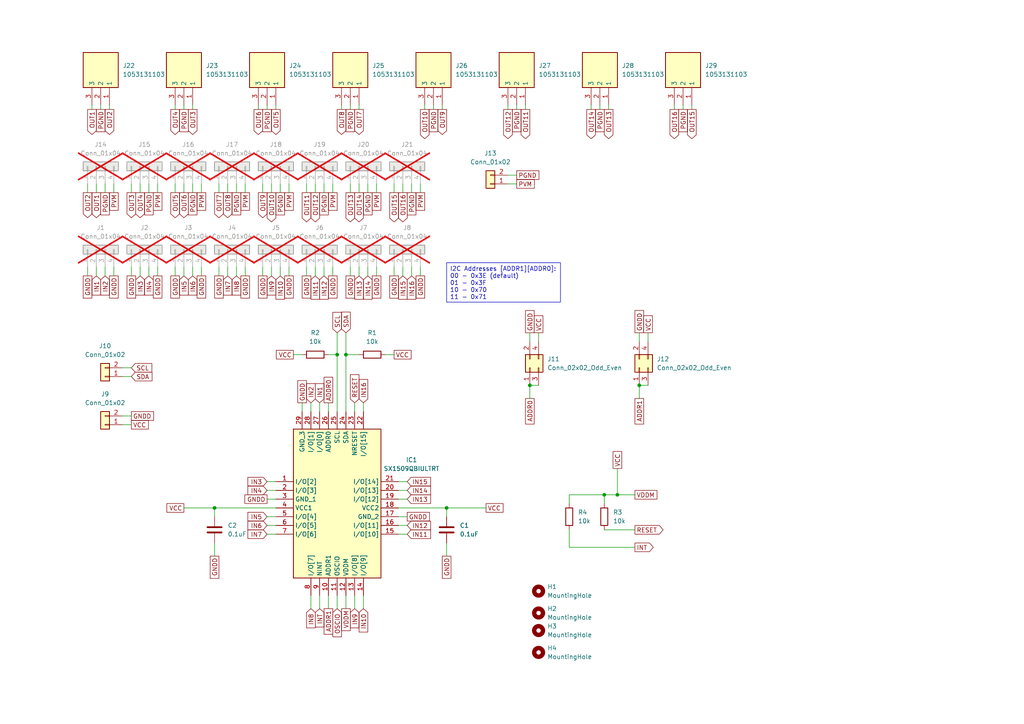
<source format=kicad_sch>
(kicad_sch (version 20231120) (generator "eeschema") (generator_version "8.0")
  (paper "A4")
  (title_block (title "Model Train Control - Main Board") (date "2024-03-17") (rev "2"))
  (lib_symbols
    (symbol "1053131103:1053131103"
      (property "Reference" "J" (at 16.51 7.62 0))
      (property "Value" "1053131103" (at 16.51 5.08 0))
      (symbol "1053131103_1_1"
        (rectangle (start 5.08 2.54) (end 15.24 -7.62) (stroke (width 0.254)) (fill (type background)))
        (pin passive line (at 0 -5.08 0) (length 5.08) (name "1") (number "1"))
        (pin passive line (at 0 -2.54 0) (length 5.08) (name "2") (number "2"))
        (pin passive line (at 0 0 0) (length 5.08) (name "3") (number "3"))
      )
    )
    (symbol "Connector_Generic:Conn_01x02" (pin_names (offset 1.016) hide)
      (property "Reference" "J" (at 0 2.54 0))
      (property "Value" "Conn_01x02" (at 0 -5.08 0))
      (symbol "Conn_01x02_1_1"
        (rectangle (start -1.27 -2.413) (end 0 -2.667) (stroke (width 0.1524)))
        (rectangle (start -1.27 0.127) (end 0 -0.127) (stroke (width 0.1524)))
        (rectangle (start -1.27 1.27) (end 1.27 -3.81) (stroke (width 0.254)) (fill (type background)))
        (pin passive line (at -5.08 0 0) (length 3.81) (name "Pin_1") (number "1"))
        (pin passive line (at -5.08 -2.54 0) (length 3.81) (name "Pin_2") (number "2"))
      )
    )
    (symbol "Connector_Generic:Conn_01x04" (pin_names (offset 1.016) hide)
      (property "Reference" "J" (at 0 5.08 0))
      (property "Value" "Conn_01x04" (at 0 -7.62 0))
      (symbol "Conn_01x04_1_1"
        (rectangle (start -1.27 -4.953) (end 0 -5.207) (stroke (width 0.1524)))
        (rectangle (start -1.27 -2.413) (end 0 -2.667) (stroke (width 0.1524)))
        (rectangle (start -1.27 0.127) (end 0 -0.127) (stroke (width 0.1524)))
        (rectangle (start -1.27 2.667) (end 0 2.413) (stroke (width 0.1524)))
        (rectangle (start -1.27 3.81) (end 1.27 -6.35) (stroke (width 0.254)) (fill (type background)))
        (pin passive line (at -5.08 2.54 0) (length 3.81) (name "Pin_1") (number "1"))
        (pin passive line (at -5.08 0 0) (length 3.81) (name "Pin_2") (number "2"))
        (pin passive line (at -5.08 -2.54 0) (length 3.81) (name "Pin_3") (number "3"))
        (pin passive line (at -5.08 -5.08 0) (length 3.81) (name "Pin_4") (number "4"))
      )
    )
    (symbol "Connector_Generic:Conn_02x02_Odd_Even" (pin_names (offset 1.016) hide)
      (property "Reference" "J" (at 1.27 2.54 0))
      (property "Value" "Conn_02x02_Odd_Even" (at 1.27 -5.08 0))
      (symbol "Conn_02x02_Odd_Even_1_1"
        (rectangle (start -1.27 -2.413) (end 0 -2.667) (stroke (width 0.1524)))
        (rectangle (start -1.27 0.127) (end 0 -0.127) (stroke (width 0.1524)))
        (rectangle (start -1.27 1.27) (end 3.81 -3.81) (stroke (width 0.254)) (fill (type background)))
        (rectangle (start 3.81 -2.413) (end 2.54 -2.667) (stroke (width 0.1524)))
        (rectangle (start 3.81 0.127) (end 2.54 -0.127) (stroke (width 0.1524)))
        (pin passive line (at -5.08 0 0) (length 3.81) (name "Pin_1") (number "1"))
        (pin passive line (at 7.62 0 180) (length 3.81) (name "Pin_2") (number "2"))
        (pin passive line (at -5.08 -2.54 0) (length 3.81) (name "Pin_3") (number "3"))
        (pin passive line (at 7.62 -2.54 180) (length 3.81) (name "Pin_4") (number "4"))
      )
    )
    (symbol "Device:C" (pin_numbers hide) (pin_names (offset 0.254))
      (property "Reference" "C" (at 0.635 2.54 0))
      (property "Value" "C" (at 0.635 -2.54 0))
      (symbol "C_0_1"
        (polyline (pts (xy -2.032 -0.762) (xy 2.032 -0.762)) (stroke (width 0.508)))
        (polyline (pts (xy -2.032 0.762) (xy 2.032 0.762)) (stroke (width 0.508)))
      )
      (symbol "C_1_1"
        (pin passive line (at 0 3.81 270) (length 2.794) (name "~") (number "1"))
        (pin passive line (at 0 -3.81 90) (length 2.794) (name "~") (number "2"))
      )
    )
    (symbol "Device:R" (pin_numbers hide) (pin_names (offset 0))
      (property "Reference" "R" (at 2.032 0 90))
      (property "Value" "R" (at 0 0 90))
      (symbol "R_0_1"
        (rectangle (start -1.016 -2.54) (end 1.016 2.54) (stroke (width 0.254)))
      )
      (symbol "R_1_1"
        (pin passive line (at 0 3.81 270) (length 1.27) (name "~") (number "1"))
        (pin passive line (at 0 -3.81 90) (length 1.27) (name "~") (number "2"))
      )
    )
    (symbol "MountingHole_1" (pin_numbers hide) (pin_names (offset 1.016) hide)
      (property "Reference" "H" (at 0 5.08 0))
      (property "Value" "MountingHole_1" (at 0 3.175 0))
      (symbol "MountingHole_1_0_1"
        (circle (center 0 0) (radius 1.27) (stroke (width 1.27)))
      )
    )
    (symbol "SX1509QBIULTRT:SX1509QBIULTRT"
      (property "Reference" "IC" (at 31.75 20.32 0))
      (property "Value" "SX1509QBIULTRT" (at 31.75 17.78 0))
      (symbol "SX1509QBIULTRT_1_1"
        (rectangle (start 5.08 15.24) (end 30.48 -27.94) (stroke (width 0.254)) (fill (type background)))
        (pin passive line (at 0 0 0) (length 5.08) (name "I/O[2]") (number "1"))
        (pin passive line (at 15.24 -33.02 90) (length 5.08) (name "ADDR1") (number "10"))
        (pin passive line (at 17.78 -33.02 90) (length 5.08) (name "OSCIO") (number "11"))
        (pin passive line (at 20.32 -33.02 90) (length 5.08) (name "VDDM") (number "12"))
        (pin passive line (at 22.86 -33.02 90) (length 5.08) (name "I/O[8]") (number "13"))
        (pin passive line (at 25.4 -33.02 90) (length 5.08) (name "I/O[9]") (number "14"))
        (pin passive line (at 35.56 -15.24 180) (length 5.08) (name "I/O[10]") (number "15"))
        (pin passive line (at 35.56 -12.7 180) (length 5.08) (name "I/O[11]") (number "16"))
        (pin passive line (at 35.56 -10.16 180) (length 5.08) (name "GND_2") (number "17"))
        (pin passive line (at 35.56 -7.62 180) (length 5.08) (name "VCC2") (number "18"))
        (pin passive line (at 35.56 -5.08 180) (length 5.08) (name "I/O[12]") (number "19"))
        (pin passive line (at 0 -2.54 0) (length 5.08) (name "I/O[3]") (number "2"))
        (pin passive line (at 35.56 -2.54 180) (length 5.08) (name "I/O[13]") (number "20"))
        (pin passive line (at 35.56 0 180) (length 5.08) (name "I/O[14]") (number "21"))
        (pin passive line (at 25.4 20.32 270) (length 5.08) (name "I/O[15]") (number "22"))
        (pin passive line (at 22.86 20.32 270) (length 5.08) (name "NRESET") (number "23"))
        (pin passive line (at 20.32 20.32 270) (length 5.08) (name "SDA") (number "24"))
        (pin passive line (at 17.78 20.32 270) (length 5.08) (name "SCL") (number "25"))
        (pin passive line (at 15.24 20.32 270) (length 5.08) (name "ADDR0") (number "26"))
        (pin passive line (at 12.7 20.32 270) (length 5.08) (name "I/O[0]") (number "27"))
        (pin passive line (at 10.16 20.32 270) (length 5.08) (name "I/O[1]") (number "28"))
        (pin passive line (at 7.62 20.32 270) (length 5.08) (name "GND_3") (number "29"))
        (pin passive line (at 0 -5.08 0) (length 5.08) (name "GND_1") (number "3"))
        (pin passive line (at 0 -7.62 0) (length 5.08) (name "VCC1") (number "4"))
        (pin passive line (at 0 -10.16 0) (length 5.08) (name "I/O[4]") (number "5"))
        (pin passive line (at 0 -12.7 0) (length 5.08) (name "I/O[5]") (number "6"))
        (pin passive line (at 0 -15.24 0) (length 5.08) (name "I/O[6]") (number "7"))
        (pin passive line (at 10.16 -33.02 90) (length 5.08) (name "I/O[7]") (number "8"))
        (pin passive line (at 12.7 -33.02 90) (length 5.08) (name "NINT") (number "9"))
      )
    )
  )
  (junction (at 129.54 147.32))
  (junction (at 100.33 102.87))
  (junction (at 153.67 111.76))
  (junction (at 97.79 102.87))
  (junction (at 185.42 111.76))
  (junction (at 179.07 143.51))
  (junction (at 62.23 147.32))
  (junction (at 175.26 143.51))
  (wire (pts (xy 173.99 30.48) (xy 173.99 31.75)))
  (wire (pts (xy 95.25 116.84) (xy 95.25 119.38)))
  (wire (pts (xy 105.41 172.72) (xy 105.41 176.53)))
  (wire (pts (xy 83.82 77.47) (xy 83.82 80.01)))
  (wire (pts (xy 93.98 77.47) (xy 93.98 80.01)))
  (wire (pts (xy 25.4 53.34) (xy 25.4 55.88)))
  (wire (pts (xy 121.92 53.34) (xy 121.92 55.88)))
  (wire (pts (xy 33.02 53.34) (xy 33.02 55.88)))
  (wire (pts (xy 77.47 149.86) (xy 80.01 149.86)))
  (wire (pts (xy 53.34 147.32) (xy 62.23 147.32)))
  (wire (pts (xy 25.4 77.47) (xy 25.4 80.01)))
  (wire (pts (xy 58.42 77.47) (xy 58.42 80.01)))
  (wire (pts (xy 38.1 53.34) (xy 38.1 55.88)))
  (wire (pts (xy 53.34 53.34) (xy 53.34 55.88)))
  (wire (pts (xy 106.68 53.34) (xy 106.68 55.88)))
  (wire (pts (xy 129.54 157.48) (xy 129.54 161.29)))
  (wire (pts (xy 115.57 142.24) (xy 118.11 142.24)))
  (wire (pts (xy 33.02 77.47) (xy 33.02 80.01)))
  (wire (pts (xy 78.74 77.47) (xy 78.74 80.01)))
  (wire (pts (xy 30.48 77.47) (xy 30.48 80.01)))
  (wire (pts (xy 81.28 77.47) (xy 81.28 80.01)))
  (wire (pts (xy 85.09 102.87) (xy 87.63 102.87)))
  (wire (pts (xy 30.48 53.34) (xy 30.48 55.88)))
  (wire (pts (xy 53.34 77.47) (xy 53.34 80.01)))
  (wire (pts (xy 100.33 102.87) (xy 100.33 119.38)))
  (wire (pts (xy 116.84 77.47) (xy 116.84 80.01)))
  (wire (pts (xy 115.57 149.86) (xy 118.11 149.86)))
  (wire (pts (xy 71.12 77.47) (xy 71.12 80.01)))
  (wire (pts (xy 101.6 53.34) (xy 101.6 55.88)))
  (wire (pts (xy 153.67 111.76) (xy 153.67 115.57)))
  (wire (pts (xy 62.23 147.32) (xy 62.23 149.86)))
  (wire (pts (xy 185.42 96.52) (xy 185.42 99.06)))
  (wire (pts (xy 63.5 77.47) (xy 63.5 80.01)))
  (wire (pts (xy 109.22 77.47) (xy 109.22 80.01)))
  (wire (pts (xy 50.8 53.34) (xy 50.8 55.88)))
  (wire (pts (xy 198.12 30.48) (xy 198.12 31.75)))
  (wire (pts (xy 77.47 30.48) (xy 77.47 31.75)))
  (wire (pts (xy 156.21 96.52) (xy 156.21 99.06)))
  (wire (pts (xy 102.87 172.72) (xy 102.87 176.53)))
  (wire (pts (xy 35.56 120.65) (xy 38.1 120.65)))
  (wire (pts (xy 58.42 53.34) (xy 58.42 55.88)))
  (wire (pts (xy 149.86 30.48) (xy 149.86 31.75)))
  (wire (pts (xy 97.79 102.87) (xy 97.79 119.38)))
  (wire (pts (xy 66.04 77.47) (xy 66.04 80.01)))
  (wire (pts (xy 123.19 30.48) (xy 123.19 31.75)))
  (wire (pts (xy 68.58 53.34) (xy 68.58 55.88)))
  (wire (pts (xy 88.9 77.47) (xy 88.9 80.01)))
  (wire (pts (xy 55.88 30.48) (xy 55.88 31.75)))
  (wire (pts (xy 71.12 53.34) (xy 71.12 55.88)))
  (wire (pts (xy 97.79 172.72) (xy 97.79 176.53)))
  (wire (pts (xy 100.33 96.52) (xy 100.33 102.87)))
  (wire (pts (xy 153.67 111.76) (xy 156.21 111.76)))
  (wire (pts (xy 200.66 30.48) (xy 200.66 31.75)))
  (wire (pts (xy 63.5 53.34) (xy 63.5 55.88)))
  (wire (pts (xy 35.56 123.19) (xy 38.1 123.19)))
  (wire (pts (xy 104.14 53.34) (xy 104.14 55.88)))
  (wire (pts (xy 68.58 77.47) (xy 68.58 80.01)))
  (wire (pts (xy 90.17 116.84) (xy 90.17 119.38)))
  (wire (pts (xy 78.74 53.34) (xy 78.74 55.88)))
  (wire (pts (xy 175.26 153.67) (xy 184.15 153.67)))
  (wire (pts (xy 179.07 135.89) (xy 179.07 143.51)))
  (wire (pts (xy 77.47 142.24) (xy 80.01 142.24)))
  (wire (pts (xy 95.25 102.87) (xy 97.79 102.87)))
  (wire (pts (xy 74.93 30.48) (xy 74.93 31.75)))
  (wire (pts (xy 50.8 77.47) (xy 50.8 80.01)))
  (wire (pts (xy 35.56 109.22) (xy 38.1 109.22)))
  (wire (pts (xy 62.23 157.48) (xy 62.23 161.29)))
  (wire (pts (xy 121.92 77.47) (xy 121.92 80.01)))
  (wire (pts (xy 115.57 147.32) (xy 129.54 147.32)))
  (wire (pts (xy 96.52 77.47) (xy 96.52 80.01)))
  (wire (pts (xy 55.88 53.34) (xy 55.88 55.88)))
  (wire (pts (xy 100.33 102.87) (xy 104.14 102.87)))
  (wire (pts (xy 165.1 153.67) (xy 165.1 158.75)))
  (wire (pts (xy 96.52 53.34) (xy 96.52 55.88)))
  (wire (pts (xy 27.94 53.34) (xy 27.94 55.88)))
  (wire (pts (xy 104.14 77.47) (xy 104.14 80.01)))
  (wire (pts (xy 83.82 53.34) (xy 83.82 55.88)))
  (wire (pts (xy 99.06 30.48) (xy 99.06 31.75)))
  (wire (pts (xy 175.26 143.51) (xy 179.07 143.51)))
  (wire (pts (xy 76.2 53.34) (xy 76.2 55.88)))
  (wire (pts (xy 62.23 147.32) (xy 80.01 147.32)))
  (wire (pts (xy 76.2 77.47) (xy 76.2 80.01)))
  (wire (pts (xy 27.94 77.47) (xy 27.94 80.01)))
  (wire (pts (xy 115.57 144.78) (xy 118.11 144.78)))
  (wire (pts (xy 109.22 53.34) (xy 109.22 55.88)))
  (wire (pts (xy 80.01 30.48) (xy 80.01 31.75)))
  (wire (pts (xy 111.76 102.87) (xy 114.3 102.87)))
  (wire (pts (xy 179.07 143.51) (xy 184.15 143.51)))
  (wire (pts (xy 147.32 53.34) (xy 149.86 53.34)))
  (wire (pts (xy 128.27 30.48) (xy 128.27 31.75)))
  (wire (pts (xy 105.41 116.84) (xy 105.41 119.38)))
  (wire (pts (xy 125.73 30.48) (xy 125.73 31.75)))
  (wire (pts (xy 116.84 53.34) (xy 116.84 55.88)))
  (wire (pts (xy 147.32 50.8) (xy 149.86 50.8)))
  (wire (pts (xy 40.64 53.34) (xy 40.64 55.88)))
  (wire (pts (xy 91.44 53.34) (xy 91.44 55.88)))
  (wire (pts (xy 29.21 30.48) (xy 29.21 31.75)))
  (wire (pts (xy 66.04 53.34) (xy 66.04 55.88)))
  (wire (pts (xy 187.96 96.52) (xy 187.96 99.06)))
  (wire (pts (xy 95.25 172.72) (xy 95.25 176.53)))
  (wire (pts (xy 53.34 30.48) (xy 53.34 31.75)))
  (wire (pts (xy 185.42 111.76) (xy 185.42 115.57)))
  (wire (pts (xy 176.53 30.48) (xy 176.53 31.75)))
  (wire (pts (xy 115.57 154.94) (xy 118.11 154.94)))
  (wire (pts (xy 40.64 77.47) (xy 40.64 80.01)))
  (wire (pts (xy 152.4 30.48) (xy 152.4 31.75)))
  (wire (pts (xy 114.3 53.34) (xy 114.3 55.88)))
  (wire (pts (xy 77.47 152.4) (xy 80.01 152.4)))
  (wire (pts (xy 77.47 154.94) (xy 80.01 154.94)))
  (wire (pts (xy 165.1 146.05) (xy 165.1 143.51)))
  (wire (pts (xy 26.67 30.48) (xy 26.67 31.75)))
  (wire (pts (xy 90.17 172.72) (xy 90.17 176.53)))
  (wire (pts (xy 106.68 77.47) (xy 106.68 80.01)))
  (wire (pts (xy 92.71 116.84) (xy 92.71 119.38)))
  (wire (pts (xy 43.18 53.34) (xy 43.18 55.88)))
  (wire (pts (xy 119.38 53.34) (xy 119.38 55.88)))
  (wire (pts (xy 104.14 30.48) (xy 104.14 31.75)))
  (wire (pts (xy 55.88 77.47) (xy 55.88 80.01)))
  (wire (pts (xy 114.3 77.47) (xy 114.3 80.01)))
  (wire (pts (xy 93.98 53.34) (xy 93.98 55.88)))
  (wire (pts (xy 115.57 152.4) (xy 118.11 152.4)))
  (wire (pts (xy 97.79 96.52) (xy 97.79 102.87)))
  (wire (pts (xy 77.47 139.7) (xy 80.01 139.7)))
  (wire (pts (xy 77.47 144.78) (xy 80.01 144.78)))
  (wire (pts (xy 171.45 30.48) (xy 171.45 31.75)))
  (wire (pts (xy 31.75 30.48) (xy 31.75 31.75)))
  (wire (pts (xy 195.58 30.48) (xy 195.58 31.75)))
  (wire (pts (xy 91.44 77.47) (xy 91.44 80.01)))
  (wire (pts (xy 100.33 172.72) (xy 100.33 176.53)))
  (wire (pts (xy 102.87 116.84) (xy 102.87 119.38)))
  (wire (pts (xy 92.71 172.72) (xy 92.71 176.53)))
  (wire (pts (xy 38.1 77.47) (xy 38.1 80.01)))
  (wire (pts (xy 87.63 116.84) (xy 87.63 119.38)))
  (wire (pts (xy 115.57 139.7) (xy 118.11 139.7)))
  (wire (pts (xy 101.6 77.47) (xy 101.6 80.01)))
  (wire (pts (xy 81.28 53.34) (xy 81.28 55.88)))
  (wire (pts (xy 35.56 106.68) (xy 38.1 106.68)))
  (wire (pts (xy 88.9 53.34) (xy 88.9 55.88)))
  (wire (pts (xy 175.26 146.05) (xy 175.26 143.51)))
  (wire (pts (xy 43.18 77.47) (xy 43.18 80.01)))
  (wire (pts (xy 153.67 96.52) (xy 153.67 99.06)))
  (wire (pts (xy 185.42 111.76) (xy 187.96 111.76)))
  (wire (pts (xy 45.72 77.47) (xy 45.72 80.01)))
  (wire (pts (xy 101.6 30.48) (xy 101.6 31.75)))
  (wire (pts (xy 147.32 30.48) (xy 147.32 31.75)))
  (wire (pts (xy 129.54 147.32) (xy 129.54 149.86)))
  (wire (pts (xy 50.8 30.48) (xy 50.8 31.75)))
  (wire (pts (xy 129.54 147.32) (xy 140.97 147.32)))
  (wire (pts (xy 119.38 77.47) (xy 119.38 80.01)))
  (wire (pts (xy 165.1 158.75) (xy 184.15 158.75)))
  (wire (pts (xy 165.1 143.51) (xy 175.26 143.51)))
  (wire (pts (xy 45.72 53.34) (xy 45.72 55.88)))
  (text_box "I2C Addresses [ADDR1][ADDR0]:\n00 - 0x3E (default)\n01 - 0x3F\n10 - 0x70\n11 - 0x71" (at 129.54 76.2 0) (size 33.02 11.43) (effects (font (size 1.27 1.27)) (justify left top)))
  (global_label "PGND" (shape passive) (at 149.86 31.75 270) (property "Intersheetrefs" "${INTERSHEET_REFS}" (effects (hide yes))))
  (global_label "GNDD" (shape passive) (at 118.11 149.86 0) (property "Intersheetrefs" "${INTERSHEET_REFS}" (effects (hide yes))))
  (global_label "IN13" (shape input) (at 118.11 144.78 0) (property "Intersheetrefs" "${INTERSHEET_REFS}" (effects (hide yes))))
  (global_label "OUT8" (shape output) (at 66.04 55.88 270) (property "Intersheetrefs" "${INTERSHEET_REFS}" (effects (hide yes))))
  (global_label "IN11" (shape input) (at 91.44 80.01 270) (property "Intersheetrefs" "${INTERSHEET_REFS}" (effects (hide yes))))
  (global_label "SCL" (shape input) (at 97.79 96.52 90) (property "Intersheetrefs" "${INTERSHEET_REFS}" (effects (hide yes))))
  (global_label "RESET" (shape output) (at 184.15 153.67 0) (property "Intersheetrefs" "${INTERSHEET_REFS}" (effects (hide yes))))
  (global_label "PVM" (shape passive) (at 33.02 55.88 270) (property "Intersheetrefs" "${INTERSHEET_REFS}" (effects (hide yes))))
  (global_label "OUT1" (shape output) (at 26.67 31.75 270) (property "Intersheetrefs" "${INTERSHEET_REFS}" (effects (hide yes))))
  (global_label "IN15" (shape input) (at 118.11 139.7 0) (property "Intersheetrefs" "${INTERSHEET_REFS}" (effects (hide yes))))
  (global_label "OUT13" (shape output) (at 101.6 55.88 270) (property "Intersheetrefs" "${INTERSHEET_REFS}" (effects (hide yes))))
  (global_label "OUT5" (shape output) (at 50.8 55.88 270) (property "Intersheetrefs" "${INTERSHEET_REFS}" (effects (hide yes))))
  (global_label "OUT9" (shape output) (at 128.27 31.75 270) (property "Intersheetrefs" "${INTERSHEET_REFS}" (effects (hide yes))))
  (global_label "OUT10" (shape output) (at 123.19 31.75 270) (property "Intersheetrefs" "${INTERSHEET_REFS}" (effects (hide yes))))
  (global_label "OUT11" (shape output) (at 88.9 55.88 270) (property "Intersheetrefs" "${INTERSHEET_REFS}" (effects (hide yes))))
  (global_label "PGND" (shape passive) (at 53.34 31.75 270) (property "Intersheetrefs" "${INTERSHEET_REFS}" (effects (hide yes))))
  (global_label "PGND" (shape passive) (at 125.73 31.75 270) (property "Intersheetrefs" "${INTERSHEET_REFS}" (effects (hide yes))))
  (global_label "GNDD" (shape passive) (at 38.1 120.65 0) (property "Intersheetrefs" "${INTERSHEET_REFS}" (effects (hide yes))))
  (global_label "VCC" (shape passive) (at 38.1 123.19 0) (property "Intersheetrefs" "${INTERSHEET_REFS}" (effects (hide yes))))
  (global_label "PGND" (shape passive) (at 93.98 55.88 270) (property "Intersheetrefs" "${INTERSHEET_REFS}" (effects (hide yes))))
  (global_label "GNDD" (shape passive) (at 33.02 80.01 270) (property "Intersheetrefs" "${INTERSHEET_REFS}" (effects (hide yes))))
  (global_label "ADDR0" (shape passive) (at 95.25 116.84 90) (property "Intersheetrefs" "${INTERSHEET_REFS}" (effects (hide yes))))
  (global_label "PVM" (shape passive) (at 109.22 55.88 270) (property "Intersheetrefs" "${INTERSHEET_REFS}" (effects (hide yes))))
  (global_label "VCC" (shape passive) (at 53.34 147.32 180) (property "Intersheetrefs" "${INTERSHEET_REFS}" (effects (hide yes))))
  (global_label "PVM" (shape passive) (at 83.82 55.88 270) (property "Intersheetrefs" "${INTERSHEET_REFS}" (effects (hide yes))))
  (global_label "GNDD" (shape passive) (at 25.4 80.01 270) (property "Intersheetrefs" "${INTERSHEET_REFS}" (effects (hide yes))))
  (global_label "INT" (shape input) (at 92.71 176.53 270) (property "Intersheetrefs" "${INTERSHEET_REFS}" (effects (hide yes))))
  (global_label "IN5" (shape input) (at 77.47 149.86 180) (property "Intersheetrefs" "${INTERSHEET_REFS}" (effects (hide yes))))
  (global_label "PGND" (shape passive) (at 43.18 55.88 270) (property "Intersheetrefs" "${INTERSHEET_REFS}" (effects (hide yes))))
  (global_label "PGND" (shape passive) (at 77.47 31.75 270) (property "Intersheetrefs" "${INTERSHEET_REFS}" (effects (hide yes))))
  (global_label "IN10" (shape input) (at 105.41 176.53 270) (property "Intersheetrefs" "${INTERSHEET_REFS}" (effects (hide yes))))
  (global_label "OUT15" (shape output) (at 114.3 55.88 270) (property "Intersheetrefs" "${INTERSHEET_REFS}" (effects (hide yes))))
  (global_label "IN7" (shape input) (at 66.04 80.01 270) (property "Intersheetrefs" "${INTERSHEET_REFS}" (effects (hide yes))))
  (global_label "OUT16" (shape output) (at 116.84 55.88 270) (property "Intersheetrefs" "${INTERSHEET_REFS}" (effects (hide yes))))
  (global_label "OUT6" (shape output) (at 53.34 55.88 270) (property "Intersheetrefs" "${INTERSHEET_REFS}" (effects (hide yes))))
  (global_label "GNDD" (shape passive) (at 76.2 80.01 270) (property "Intersheetrefs" "${INTERSHEET_REFS}" (effects (hide yes))))
  (global_label "GNDD" (shape passive) (at 83.82 80.01 270) (property "Intersheetrefs" "${INTERSHEET_REFS}" (effects (hide yes))))
  (global_label "PGND" (shape passive) (at 30.48 55.88 270) (property "Intersheetrefs" "${INTERSHEET_REFS}" (effects (hide yes))))
  (global_label "IN9" (shape input) (at 102.87 176.53 270) (property "Intersheetrefs" "${INTERSHEET_REFS}" (effects (hide yes))))
  (global_label "OUT16" (shape output) (at 195.58 31.75 270) (property "Intersheetrefs" "${INTERSHEET_REFS}" (effects (hide yes))))
  (global_label "GNDD" (shape passive) (at 129.54 161.29 270) (property "Intersheetrefs" "${INTERSHEET_REFS}" (effects (hide yes))))
  (global_label "OUT10" (shape output) (at 78.74 55.88 270) (property "Intersheetrefs" "${INTERSHEET_REFS}" (effects (hide yes))))
  (global_label "OUT1" (shape output) (at 27.94 55.88 270) (property "Intersheetrefs" "${INTERSHEET_REFS}" (effects (hide yes))))
  (global_label "PVM" (shape passive) (at 71.12 55.88 270) (property "Intersheetrefs" "${INTERSHEET_REFS}" (effects (hide yes))))
  (global_label "SCL" (shape input) (at 38.1 106.68 0) (property "Intersheetrefs" "${INTERSHEET_REFS}" (effects (hide yes))))
  (global_label "IN15" (shape input) (at 116.84 80.01 270) (property "Intersheetrefs" "${INTERSHEET_REFS}" (effects (hide yes))))
  (global_label "GNDD" (shape passive) (at 88.9 80.01 270) (property "Intersheetrefs" "${INTERSHEET_REFS}" (effects (hide yes))))
  (global_label "IN8" (shape input) (at 68.58 80.01 270) (property "Intersheetrefs" "${INTERSHEET_REFS}" (effects (hide yes))))
  (global_label "IN11" (shape input) (at 118.11 154.94 0) (property "Intersheetrefs" "${INTERSHEET_REFS}" (effects (hide yes))))
  (global_label "SDA" (shape input) (at 38.1 109.22 0) (property "Intersheetrefs" "${INTERSHEET_REFS}" (effects (hide yes))))
  (global_label "ADDR0" (shape passive) (at 153.67 115.57 270) (property "Intersheetrefs" "${INTERSHEET_REFS}" (effects (hide yes))))
  (global_label "IN3" (shape input) (at 77.47 139.7 180) (property "Intersheetrefs" "${INTERSHEET_REFS}" (effects (hide yes))))
  (global_label "OUT2" (shape output) (at 25.4 55.88 270) (property "Intersheetrefs" "${INTERSHEET_REFS}" (effects (hide yes))))
  (global_label "IN1" (shape input) (at 92.71 116.84 90) (property "Intersheetrefs" "${INTERSHEET_REFS}" (effects (hide yes))))
  (global_label "OUT4" (shape output) (at 40.64 55.88 270) (property "Intersheetrefs" "${INTERSHEET_REFS}" (effects (hide yes))))
  (global_label "VCC" (shape passive) (at 85.09 102.87 180) (property "Intersheetrefs" "${INTERSHEET_REFS}" (effects (hide yes))))
  (global_label "GNDD" (shape passive) (at 87.63 116.84 90) (property "Intersheetrefs" "${INTERSHEET_REFS}" (effects (hide yes))))
  (global_label "IN4" (shape input) (at 43.18 80.01 270) (property "Intersheetrefs" "${INTERSHEET_REFS}" (effects (hide yes))))
  (global_label "OUT5" (shape output) (at 80.01 31.75 270) (property "Intersheetrefs" "${INTERSHEET_REFS}" (effects (hide yes))))
  (global_label "OUT15" (shape output) (at 200.66 31.75 270) (property "Intersheetrefs" "${INTERSHEET_REFS}" (effects (hide yes))))
  (global_label "GNDD" (shape passive) (at 101.6 80.01 270) (property "Intersheetrefs" "${INTERSHEET_REFS}" (effects (hide yes))))
  (global_label "PGND" (shape passive) (at 81.28 55.88 270) (property "Intersheetrefs" "${INTERSHEET_REFS}" (effects (hide yes))))
  (global_label "OUT12" (shape output) (at 91.44 55.88 270) (property "Intersheetrefs" "${INTERSHEET_REFS}" (effects (hide yes))))
  (global_label "PGND" (shape passive) (at 149.86 50.8 0) (property "Intersheetrefs" "${INTERSHEET_REFS}" (effects (hide yes))))
  (global_label "GNDD" (shape passive) (at 38.1 80.01 270) (property "Intersheetrefs" "${INTERSHEET_REFS}" (effects (hide yes))))
  (global_label "IN14" (shape input) (at 106.68 80.01 270) (property "Intersheetrefs" "${INTERSHEET_REFS}" (effects (hide yes))))
  (global_label "OUT13" (shape output) (at 176.53 31.75 270) (property "Intersheetrefs" "${INTERSHEET_REFS}" (effects (hide yes))))
  (global_label "GNDD" (shape passive) (at 109.22 80.01 270) (property "Intersheetrefs" "${INTERSHEET_REFS}" (effects (hide yes))))
  (global_label "OUT8" (shape output) (at 99.06 31.75 270) (property "Intersheetrefs" "${INTERSHEET_REFS}" (effects (hide yes))))
  (global_label "IN7" (shape input) (at 77.47 154.94 180) (property "Intersheetrefs" "${INTERSHEET_REFS}" (effects (hide yes))))
  (global_label "GNDD" (shape passive) (at 45.72 80.01 270) (property "Intersheetrefs" "${INTERSHEET_REFS}" (effects (hide yes))))
  (global_label "PGND" (shape passive) (at 198.12 31.75 270) (property "Intersheetrefs" "${INTERSHEET_REFS}" (effects (hide yes))))
  (global_label "GNDD" (shape passive) (at 185.42 96.52 90) (property "Intersheetrefs" "${INTERSHEET_REFS}" (effects (hide yes))))
  (global_label "IN13" (shape input) (at 104.14 80.01 270) (property "Intersheetrefs" "${INTERSHEET_REFS}" (effects (hide yes))))
  (global_label "IN1" (shape input) (at 27.94 80.01 270) (property "Intersheetrefs" "${INTERSHEET_REFS}" (effects (hide yes))))
  (global_label "IN8" (shape input) (at 90.17 176.53 270) (property "Intersheetrefs" "${INTERSHEET_REFS}" (effects (hide yes))))
  (global_label "VCC" (shape passive) (at 179.07 135.89 90) (property "Intersheetrefs" "${INTERSHEET_REFS}" (effects (hide yes))))
  (global_label "PGND" (shape passive) (at 55.88 55.88 270) (property "Intersheetrefs" "${INTERSHEET_REFS}" (effects (hide yes))))
  (global_label "OUT12" (shape output) (at 147.32 31.75 270) (property "Intersheetrefs" "${INTERSHEET_REFS}" (effects (hide yes))))
  (global_label "IN6" (shape input) (at 55.88 80.01 270) (property "Intersheetrefs" "${INTERSHEET_REFS}" (effects (hide yes))))
  (global_label "PGND" (shape passive) (at 29.21 31.75 270) (property "Intersheetrefs" "${INTERSHEET_REFS}" (effects (hide yes))))
  (global_label "PVM" (shape passive) (at 96.52 55.88 270) (property "Intersheetrefs" "${INTERSHEET_REFS}" (effects (hide yes))))
  (global_label "OUT6" (shape output) (at 74.93 31.75 270) (property "Intersheetrefs" "${INTERSHEET_REFS}" (effects (hide yes))))
  (global_label "IN12" (shape input) (at 118.11 152.4 0) (property "Intersheetrefs" "${INTERSHEET_REFS}" (effects (hide yes))))
  (global_label "IN2" (shape input) (at 30.48 80.01 270) (property "Intersheetrefs" "${INTERSHEET_REFS}" (effects (hide yes))))
  (global_label "OUT7" (shape output) (at 104.14 31.75 270) (property "Intersheetrefs" "${INTERSHEET_REFS}" (effects (hide yes))))
  (global_label "IN2" (shape input) (at 90.17 116.84 90) (property "Intersheetrefs" "${INTERSHEET_REFS}" (effects (hide yes))))
  (global_label "GNDD" (shape passive) (at 71.12 80.01 270) (property "Intersheetrefs" "${INTERSHEET_REFS}" (effects (hide yes))))
  (global_label "OUT2" (shape output) (at 31.75 31.75 270) (property "Intersheetrefs" "${INTERSHEET_REFS}" (effects (hide yes))))
  (global_label "GNDD" (shape passive) (at 63.5 80.01 270) (property "Intersheetrefs" "${INTERSHEET_REFS}" (effects (hide yes))))
  (global_label "GNDD" (shape passive) (at 96.52 80.01 270) (property "Intersheetrefs" "${INTERSHEET_REFS}" (effects (hide yes))))
  (global_label "PGND" (shape passive) (at 173.99 31.75 270) (property "Intersheetrefs" "${INTERSHEET_REFS}" (effects (hide yes))))
  (global_label "OUT14" (shape output) (at 171.45 31.75 270) (property "Intersheetrefs" "${INTERSHEET_REFS}" (effects (hide yes))))
  (global_label "OSCIO" (shape input) (at 97.79 176.53 270) (property "Intersheetrefs" "${INTERSHEET_REFS}" (effects (hide yes))))
  (global_label "PVM" (shape passive) (at 45.72 55.88 270) (property "Intersheetrefs" "${INTERSHEET_REFS}" (effects (hide yes))))
  (global_label "PVM" (shape passive) (at 121.92 55.88 270) (property "Intersheetrefs" "${INTERSHEET_REFS}" (effects (hide yes))))
  (global_label "IN5" (shape input) (at 53.34 80.01 270) (property "Intersheetrefs" "${INTERSHEET_REFS}" (effects (hide yes))))
  (global_label "GNDD" (shape passive) (at 121.92 80.01 270) (property "Intersheetrefs" "${INTERSHEET_REFS}" (effects (hide yes))))
  (global_label "GNDD" (shape passive) (at 114.3 80.01 270) (property "Intersheetrefs" "${INTERSHEET_REFS}" (effects (hide yes))))
  (global_label "VDDM" (shape passive) (at 100.33 176.53 270) (property "Intersheetrefs" "${INTERSHEET_REFS}" (effects (hide yes))))
  (global_label "PGND" (shape passive) (at 106.68 55.88 270) (property "Intersheetrefs" "${INTERSHEET_REFS}" (effects (hide yes))))
  (global_label "OUT4" (shape output) (at 50.8 31.75 270) (property "Intersheetrefs" "${INTERSHEET_REFS}" (effects (hide yes))))
  (global_label "GNDD" (shape passive) (at 62.23 161.29 270) (property "Intersheetrefs" "${INTERSHEET_REFS}" (effects (hide yes))))
  (global_label "OUT7" (shape output) (at 63.5 55.88 270) (property "Intersheetrefs" "${INTERSHEET_REFS}" (effects (hide yes))))
  (global_label "PGND" (shape passive) (at 68.58 55.88 270) (property "Intersheetrefs" "${INTERSHEET_REFS}" (effects (hide yes))))
  (global_label "GNDD" (shape passive) (at 50.8 80.01 270) (property "Intersheetrefs" "${INTERSHEET_REFS}" (effects (hide yes))))
  (global_label "GNDD" (shape passive) (at 77.47 144.78 180) (property "Intersheetrefs" "${INTERSHEET_REFS}" (effects (hide yes))))
  (global_label "PVM" (shape passive) (at 149.86 53.34 0) (property "Intersheetrefs" "${INTERSHEET_REFS}" (effects (hide yes))))
  (global_label "PVM" (shape passive) (at 58.42 55.88 270) (property "Intersheetrefs" "${INTERSHEET_REFS}" (effects (hide yes))))
  (global_label "RESET" (shape input) (at 102.87 116.84 90) (property "Intersheetrefs" "${INTERSHEET_REFS}" (effects (hide yes))))
  (global_label "INT" (shape output) (at 184.15 158.75 0) (property "Intersheetrefs" "${INTERSHEET_REFS}" (effects (hide yes))))
  (global_label "IN10" (shape input) (at 81.28 80.01 270) (property "Intersheetrefs" "${INTERSHEET_REFS}" (effects (hide yes))))
  (global_label "IN9" (shape input) (at 78.74 80.01 270) (property "Intersheetrefs" "${INTERSHEET_REFS}" (effects (hide yes))))
  (global_label "VDDM" (shape passive) (at 184.15 143.51 0) (property "Intersheetrefs" "${INTERSHEET_REFS}" (effects (hide yes))))
  (global_label "PGND" (shape passive) (at 101.6 31.75 270) (property "Intersheetrefs" "${INTERSHEET_REFS}" (effects (hide yes))))
  (global_label "VCC" (shape passive) (at 140.97 147.32 0) (property "Intersheetrefs" "${INTERSHEET_REFS}" (effects (hide yes))))
  (global_label "IN3" (shape input) (at 40.64 80.01 270) (property "Intersheetrefs" "${INTERSHEET_REFS}" (effects (hide yes))))
  (global_label "OUT9" (shape output) (at 76.2 55.88 270) (property "Intersheetrefs" "${INTERSHEET_REFS}" (effects (hide yes))))
  (global_label "IN16" (shape input) (at 105.41 116.84 90) (property "Intersheetrefs" "${INTERSHEET_REFS}" (effects (hide yes))))
  (global_label "IN4" (shape input) (at 77.47 142.24 180) (property "Intersheetrefs" "${INTERSHEET_REFS}" (effects (hide yes))))
  (global_label "IN14" (shape input) (at 118.11 142.24 0) (property "Intersheetrefs" "${INTERSHEET_REFS}" (effects (hide yes))))
  (global_label "GNDD" (shape passive) (at 58.42 80.01 270) (property "Intersheetrefs" "${INTERSHEET_REFS}" (effects (hide yes))))
  (global_label "GNDD" (shape passive) (at 153.67 96.52 90) (property "Intersheetrefs" "${INTERSHEET_REFS}" (effects (hide yes))))
  (global_label "IN16" (shape input) (at 119.38 80.01 270) (property "Intersheetrefs" "${INTERSHEET_REFS}" (effects (hide yes))))
  (global_label "OUT11" (shape output) (at 152.4 31.75 270) (property "Intersheetrefs" "${INTERSHEET_REFS}" (effects (hide yes))))
  (global_label "OUT3" (shape output) (at 38.1 55.88 270) (property "Intersheetrefs" "${INTERSHEET_REFS}" (effects (hide yes))))
  (global_label "PGND" (shape passive) (at 119.38 55.88 270) (property "Intersheetrefs" "${INTERSHEET_REFS}" (effects (hide yes))))
  (global_label "ADDR1" (shape passive) (at 95.25 176.53 270) (property "Intersheetrefs" "${INTERSHEET_REFS}" (effects (hide yes))))
  (global_label "VCC" (shape passive) (at 156.21 96.52 90) (property "Intersheetrefs" "${INTERSHEET_REFS}" (effects (hide yes))))
  (global_label "SDA" (shape input) (at 100.33 96.52 90) (property "Intersheetrefs" "${INTERSHEET_REFS}" (effects (hide yes))))
  (global_label "OUT14" (shape output) (at 104.14 55.88 270) (property "Intersheetrefs" "${INTERSHEET_REFS}" (effects (hide yes))))
  (global_label "IN12" (shape input) (at 93.98 80.01 270) (property "Intersheetrefs" "${INTERSHEET_REFS}" (effects (hide yes))))
  (global_label "ADDR1" (shape passive) (at 185.42 115.57 270) (property "Intersheetrefs" "${INTERSHEET_REFS}" (effects (hide yes))))
  (global_label "VCC" (shape passive) (at 187.96 96.52 90) (property "Intersheetrefs" "${INTERSHEET_REFS}" (effects (hide yes))))
  (global_label "IN6" (shape input) (at 77.47 152.4 180) (property "Intersheetrefs" "${INTERSHEET_REFS}" (effects (hide yes))))
  (global_label "VCC" (shape passive) (at 114.3 102.87 0) (property "Intersheetrefs" "${INTERSHEET_REFS}" (effects (hide yes))))
  (global_label "OUT3" (shape output) (at 55.88 31.75 270) (property "Intersheetrefs" "${INTERSHEET_REFS}" (effects (hide yes))))
  (symbol (lib_id "Connector_Generic:Conn_01x04") (at 91.44 72.39 90) (unit 1) (dnp yes)
    (property "Reference" "J6" (at 92.71 66.04 90))
    (property "Value" "Conn_01x04" (at 92.71 68.58 90))
    (property "Footprint" "Connector_PinHeader_2.54mm:PinHeader_1x04_P2.54mm_Vertical" (effects (hide yes)))
    (property "Description" "Generic connector, single row, 01x04, script generated (kicad-library-utils/schlib/autogen/connector/)" (effects (hide yes)))
  )
  (symbol (lib_name "MountingHole_1") (lib_id "Mechanical:MountingHole") (at 156.21 171.45 0) (unit 1) (in_bom no)
    (property "Reference" "H1" (at 158.75 170.1799 0) (effects (justify left)))
    (property "Value" "MountingHole" (at 158.75 172.7199 0) (effects (justify left)))
    (property "Footprint" "MountingHole:MountingHole_3.2mm_M3_Pad_Via" (effects (hide yes)))
  )
  (symbol (lib_id "Device:R") (at 91.44 102.87 90) (unit 1)
    (property "Reference" "R2" (at 91.44 96.52 90))
    (property "Value" "10k" (at 91.44 99.06 90))
    (property "Footprint" "Resistor_SMD:R_0402_1005Metric" (effects (hide yes)))
    (property "Description" "Resistor" (effects (hide yes)))
    (property "Manufacturer_Part_Number" "Resistor, 10.0kΩ, 0402 SMD" (effects (hide yes)))
    (property "LCSC#" "C60490" (effects (hide yes)))
  )
  (symbol (lib_id "Connector_Generic:Conn_01x04") (at 53.34 72.39 90) (unit 1) (dnp yes)
    (property "Reference" "J3" (at 54.61 66.04 90))
    (property "Value" "Conn_01x04" (at 54.61 68.58 90))
    (property "Footprint" "Connector_PinHeader_2.54mm:PinHeader_1x04_P2.54mm_Vertical" (effects (hide yes)))
    (property "Description" "Generic connector, single row, 01x04, script generated (kicad-library-utils/schlib/autogen/connector/)" (effects (hide yes)))
  )
  (symbol (lib_name "MountingHole_1") (lib_id "Mechanical:MountingHole") (at 156.21 189.23 0) (unit 1) (in_bom no)
    (property "Reference" "H4" (at 158.75 187.9599 0) (effects (justify left)))
    (property "Value" "MountingHole" (at 158.75 190.4999 0) (effects (justify left)))
    (property "Footprint" "MountingHole:MountingHole_3.2mm_M3_Pad_Via" (effects (hide yes)))
  )
  (symbol (lib_id "Connector_Generic:Conn_01x04") (at 104.14 72.39 90) (unit 1) (dnp yes)
    (property "Reference" "J7" (at 105.41 66.04 90))
    (property "Value" "Conn_01x04" (at 105.41 68.58 90))
    (property "Footprint" "Connector_PinHeader_2.54mm:PinHeader_1x04_P2.54mm_Vertical" (effects (hide yes)))
    (property "Description" "Generic connector, single row, 01x04, script generated (kicad-library-utils/schlib/autogen/connector/)" (effects (hide yes)))
  )
  (symbol (lib_id "Connector_Generic:Conn_01x04") (at 78.74 48.26 90) (unit 1) (dnp yes)
    (property "Reference" "J18" (at 80.01 41.91 90))
    (property "Value" "Conn_01x04" (at 80.01 44.45 90))
    (property "Footprint" "Connector_PinHeader_2.54mm:PinHeader_1x04_P2.54mm_Vertical" (effects (hide yes)))
    (property "Description" "Generic connector, single row, 01x04, script generated (kicad-library-utils/schlib/autogen/connector/)" (effects (hide yes)))
  )
  (symbol (lib_id "1053131103:1053131103") (at 50.8 30.48 90) (unit 1)
    (property "Reference" "J23" (at 59.69 19.0499 90) (effects (justify right)))
    (property "Value" "1053131103" (at 59.69 21.5899 90) (effects (justify right)))
    (property "Footprint" "library:105313YY03" (effects (hide yes)))
    (property "Datasheet" "https://www.molex.com/pdm_docs/sd/1053131102_sd.pdf" (effects (hide yes)))
    (property "Description" "Nano-Fit Right-Angle Header, Through Hole, 2.50mm Pitch, Single Row, 2 Circuits, Glow-Wire Capable, Tray" (effects (hide yes)))
    (property "Height" "6.54" (effects (hide yes)))
    (property "Manufacturer_Name" "Molex" (effects (hide yes)))
    (property "Manufacturer_Part_Number" "1053131103" (effects (hide yes)))
    (property "Arrow Part Number" "1053131103" (effects (hide yes)))
    (property "Arrow Price/Stock" "https://www.arrow.com/en/products/1053131103/molex?region=nac" (effects (hide yes)))
    (property "Mouser#" "538-105313-1103" (effects (hide yes)))
  )
  (symbol (lib_id "Device:R") (at 175.26 149.86 180) (unit 1)
    (property "Reference" "R3" (at 177.8 148.5899 0) (effects (justify right)))
    (property "Value" "10k" (at 177.8 151.1299 0) (effects (justify right)))
    (property "Footprint" "Resistor_SMD:R_0402_1005Metric" (effects (hide yes)))
    (property "Description" "Resistor" (effects (hide yes)))
    (property "Manufacturer_Part_Number" "Resistor, 10.0kΩ, 0402 SMD" (effects (hide yes)))
    (property "LCSC#" "C60490" (effects (hide yes)))
  )
  (symbol (lib_id "Connector_Generic:Conn_01x04") (at 40.64 48.26 90) (unit 1) (dnp yes)
    (property "Reference" "J15" (at 41.91 41.91 90))
    (property "Value" "Conn_01x04" (at 41.91 44.45 90))
    (property "Footprint" "Connector_PinHeader_2.54mm:PinHeader_1x04_P2.54mm_Vertical" (effects (hide yes)))
    (property "Description" "Generic connector, single row, 01x04, script generated (kicad-library-utils/schlib/autogen/connector/)" (effects (hide yes)))
  )
  (symbol (lib_id "Connector_Generic:Conn_02x02_Odd_Even") (at 153.67 106.68 90) (unit 1)
    (property "Reference" "J11" (at 158.75 104.1399 90) (effects (justify right)))
    (property "Value" "Conn_02x02_Odd_Even" (at 158.75 106.6799 90) (effects (justify right)))
    (property "Footprint" "Connector_PinHeader_2.54mm:PinHeader_2x02_P2.54mm_Vertical" (effects (hide yes)))
    (property "Description" "Generic connector, double row, 02x02, odd/even pin numbering scheme (row 1 odd numbers, row 2 even numbers), script generated (kicad-library-utils/schlib/autogen/connector/)" (effects (hide yes)))
    (property "LCSC#" "C492419" (effects (hide yes)))
  )
  (symbol (lib_id "Connector_Generic:Conn_01x02") (at 30.48 109.22 180) (unit 1)
    (property "Reference" "J10" (at 30.48 100.33 0))
    (property "Value" "Conn_01x02" (at 30.48 102.87 0))
    (property "Footprint" "Connector_PinHeader_2.54mm:PinHeader_1x02_P2.54mm_Vertical" (effects (hide yes)))
    (property "Description" "Generic connector, single row, 01x02, script generated (kicad-library-utils/schlib/autogen/connector/)" (effects (hide yes)))
    (property "LCSC#" "C492401" (effects (hide yes)))
  )
  (symbol (lib_id "Connector_Generic:Conn_01x04") (at 116.84 48.26 90) (unit 1) (dnp yes)
    (property "Reference" "J21" (at 118.11 41.91 90))
    (property "Value" "Conn_01x04" (at 118.11 44.45 90))
    (property "Footprint" "Connector_PinHeader_2.54mm:PinHeader_1x04_P2.54mm_Vertical" (effects (hide yes)))
    (property "Description" "Generic connector, single row, 01x04, script generated (kicad-library-utils/schlib/autogen/connector/)" (effects (hide yes)))
  )
  (symbol (lib_id "Device:R") (at 165.1 149.86 180) (unit 1)
    (property "Reference" "R4" (at 167.64 148.5899 0) (effects (justify right)))
    (property "Value" "10k" (at 167.64 151.1299 0) (effects (justify right)))
    (property "Footprint" "Resistor_SMD:R_0402_1005Metric" (effects (hide yes)))
    (property "Description" "Resistor" (effects (hide yes)))
    (property "Manufacturer_Part_Number" "Resistor, 10.0kΩ, 0402 SMD" (effects (hide yes)))
    (property "LCSC#" "C60490" (effects (hide yes)))
  )
  (symbol (lib_name "MountingHole_1") (lib_id "Mechanical:MountingHole") (at 156.21 182.88 0) (unit 1) (in_bom no)
    (property "Reference" "H3" (at 158.75 181.6099 0) (effects (justify left)))
    (property "Value" "MountingHole" (at 158.75 184.1499 0) (effects (justify left)))
    (property "Footprint" "MountingHole:MountingHole_3.2mm_M3_Pad_Via" (effects (hide yes)))
  )
  (symbol (lib_id "Connector_Generic:Conn_01x02") (at 142.24 53.34 180) (unit 1)
    (property "Reference" "J13" (at 142.24 44.45 0))
    (property "Value" "Conn_01x02" (at 142.24 46.99 0))
    (property "Footprint" "Connector_PinHeader_2.54mm:PinHeader_1x02_P2.54mm_Vertical" (effects (hide yes)))
    (property "Description" "Generic connector, single row, 01x02, script generated (kicad-library-utils/schlib/autogen/connector/)" (effects (hide yes)))
    (property "LCSC#" "C492401" (effects (hide yes)))
  )
  (symbol (lib_id "Device:C") (at 129.54 153.67 0) (unit 1)
    (property "Reference" "C1" (at 133.35 152.3999 0) (effects (justify left)))
    (property "Value" "0.1uF" (at 133.35 154.9399 0) (effects (justify left)))
    (property "Footprint" "Capacitor_SMD:C_0402_1005Metric" (effects (hide yes)))
    (property "Description" "Unpolarized capacitor" (effects (hide yes)))
    (property "Manufacturer_Part_Number" "Capacitor, 0.1uF, 50V, 0402 SMD" (effects (hide yes)))
    (property "LCSC#" "C110251" (effects (hide yes)))
  )
  (symbol (lib_id "1053131103:1053131103") (at 123.19 30.48 90) (unit 1)
    (property "Reference" "J26" (at 132.08 19.0499 90) (effects (justify right)))
    (property "Value" "1053131103" (at 132.08 21.5899 90) (effects (justify right)))
    (property "Footprint" "library:105313YY03" (effects (hide yes)))
    (property "Datasheet" "https://www.molex.com/pdm_docs/sd/1053131102_sd.pdf" (effects (hide yes)))
    (property "Description" "Nano-Fit Right-Angle Header, Through Hole, 2.50mm Pitch, Single Row, 2 Circuits, Glow-Wire Capable, Tray" (effects (hide yes)))
    (property "Height" "6.54" (effects (hide yes)))
    (property "Manufacturer_Name" "Molex" (effects (hide yes)))
    (property "Manufacturer_Part_Number" "1053131103" (effects (hide yes)))
    (property "Arrow Part Number" "1053131103" (effects (hide yes)))
    (property "Arrow Price/Stock" "https://www.arrow.com/en/products/1053131103/molex?region=nac" (effects (hide yes)))
    (property "Mouser#" "538-105313-1103" (effects (hide yes)))
  )
  (symbol (lib_id "Connector_Generic:Conn_01x04") (at 40.64 72.39 90) (unit 1) (dnp yes)
    (property "Reference" "J2" (at 41.91 66.04 90))
    (property "Value" "Conn_01x04" (at 41.91 68.58 90))
    (property "Footprint" "Connector_PinHeader_2.54mm:PinHeader_1x04_P2.54mm_Vertical" (effects (hide yes)))
    (property "Description" "Generic connector, single row, 01x04, script generated (kicad-library-utils/schlib/autogen/connector/)" (effects (hide yes)))
  )
  (symbol (lib_id "Connector_Generic:Conn_01x04") (at 66.04 48.26 90) (unit 1) (dnp yes)
    (property "Reference" "J17" (at 67.31 41.91 90))
    (property "Value" "Conn_01x04" (at 67.31 44.45 90))
    (property "Footprint" "Connector_PinHeader_2.54mm:PinHeader_1x04_P2.54mm_Vertical" (effects (hide yes)))
    (property "Description" "Generic connector, single row, 01x04, script generated (kicad-library-utils/schlib/autogen/connector/)" (effects (hide yes)))
  )
  (symbol (lib_id "1053131103:1053131103") (at 99.06 30.48 90) (unit 1)
    (property "Reference" "J25" (at 107.95 19.0499 90) (effects (justify right)))
    (property "Value" "1053131103" (at 107.95 21.5899 90) (effects (justify right)))
    (property "Footprint" "library:105313YY03" (effects (hide yes)))
    (property "Datasheet" "https://www.molex.com/pdm_docs/sd/1053131102_sd.pdf" (effects (hide yes)))
    (property "Description" "Nano-Fit Right-Angle Header, Through Hole, 2.50mm Pitch, Single Row, 2 Circuits, Glow-Wire Capable, Tray" (effects (hide yes)))
    (property "Height" "6.54" (effects (hide yes)))
    (property "Manufacturer_Name" "Molex" (effects (hide yes)))
    (property "Manufacturer_Part_Number" "1053131103" (effects (hide yes)))
    (property "Arrow Part Number" "1053131103" (effects (hide yes)))
    (property "Arrow Price/Stock" "https://www.arrow.com/en/products/1053131103/molex?region=nac" (effects (hide yes)))
    (property "Mouser#" "538-105313-1103" (effects (hide yes)))
  )
  (symbol (lib_id "Connector_Generic:Conn_01x04") (at 27.94 48.26 90) (unit 1) (dnp yes)
    (property "Reference" "J14" (at 29.21 41.91 90))
    (property "Value" "Conn_01x04" (at 29.21 44.45 90))
    (property "Footprint" "Connector_PinHeader_2.54mm:PinHeader_1x04_P2.54mm_Vertical" (effects (hide yes)))
    (property "Description" "Generic connector, single row, 01x04, script generated (kicad-library-utils/schlib/autogen/connector/)" (effects (hide yes)))
  )
  (symbol (lib_id "Connector_Generic:Conn_02x02_Odd_Even") (at 185.42 106.68 90) (unit 1)
    (property "Reference" "J12" (at 190.5 104.1399 90) (effects (justify right)))
    (property "Value" "Conn_02x02_Odd_Even" (at 190.5 106.6799 90) (effects (justify right)))
    (property "Footprint" "Connector_PinHeader_2.54mm:PinHeader_2x02_P2.54mm_Vertical" (effects (hide yes)))
    (property "Description" "Generic connector, double row, 02x02, odd/even pin numbering scheme (row 1 odd numbers, row 2 even numbers), script generated (kicad-library-utils/schlib/autogen/connector/)" (effects (hide yes)))
    (property "LCSC#" "C492419" (effects (hide yes)))
  )
  (symbol (lib_id "Connector_Generic:Conn_01x04") (at 78.74 72.39 90) (unit 1) (dnp yes)
    (property "Reference" "J5" (at 80.01 66.04 90))
    (property "Value" "Conn_01x04" (at 80.01 68.58 90))
    (property "Footprint" "Connector_PinHeader_2.54mm:PinHeader_1x04_P2.54mm_Vertical" (effects (hide yes)))
    (property "Description" "Generic connector, single row, 01x04, script generated (kicad-library-utils/schlib/autogen/connector/)" (effects (hide yes)))
  )
  (symbol (lib_id "SX1509QBIULTRT:SX1509QBIULTRT") (at 80.01 139.7 0) (unit 1)
    (property "Reference" "IC1" (at 119.38 133.3814 0))
    (property "Value" "SX1509QBIULTRT" (at 119.38 135.9214 0))
    (property "Footprint" "library:QFN40P400X400X60-29N-D" (effects (hide yes)))
    (property "Datasheet" "https://media.digikey.com/pdf/Data%20Sheets/Semtech%20PDFs/SX1508_09QB.pdf" (effects (hide yes)))
    (property "Description" "Voltage Level Shifting GPIO with LED Driver 28-Pin QFN-UT EP T/R" (effects (hide yes)))
    (property "Height" "0.6" (effects (hide yes)))
    (property "Manufacturer_Name" "SEMTECH" (effects (hide yes)))
    (property "Manufacturer_Part_Number" "SX1509QBIULTRT" (effects (hide yes)))
    (property "Mouser#" "947-SX1509QBIULTRT" (effects (hide yes)))
    (property "LCSC#" "C2652294" (effects (hide yes)))
  )
  (symbol (lib_id "1053131103:1053131103") (at 171.45 30.48 90) (unit 1)
    (property "Reference" "J28" (at 180.34 19.0499 90) (effects (justify right)))
    (property "Value" "1053131103" (at 180.34 21.5899 90) (effects (justify right)))
    (property "Footprint" "library:105313YY03" (effects (hide yes)))
    (property "Datasheet" "https://www.molex.com/pdm_docs/sd/1053131102_sd.pdf" (effects (hide yes)))
    (property "Description" "Nano-Fit Right-Angle Header, Through Hole, 2.50mm Pitch, Single Row, 2 Circuits, Glow-Wire Capable, Tray" (effects (hide yes)))
    (property "Height" "6.54" (effects (hide yes)))
    (property "Manufacturer_Name" "Molex" (effects (hide yes)))
    (property "Manufacturer_Part_Number" "1053131103" (effects (hide yes)))
    (property "Arrow Part Number" "1053131103" (effects (hide yes)))
    (property "Arrow Price/Stock" "https://www.arrow.com/en/products/1053131103/molex?region=nac" (effects (hide yes)))
    (property "Mouser#" "538-105313-1103" (effects (hide yes)))
  )
  (symbol (lib_name "MountingHole_1") (lib_id "Mechanical:MountingHole") (at 156.21 177.8 0) (unit 1) (in_bom no)
    (property "Reference" "H2" (at 158.75 176.5299 0) (effects (justify left)))
    (property "Value" "MountingHole" (at 158.75 179.0699 0) (effects (justify left)))
    (property "Footprint" "MountingHole:MountingHole_3.2mm_M3_Pad_Via" (effects (hide yes)))
  )
  (symbol (lib_id "1053131103:1053131103") (at 147.32 30.48 90) (unit 1)
    (property "Reference" "J27" (at 156.21 19.0499 90) (effects (justify right)))
    (property "Value" "1053131103" (at 156.21 21.5899 90) (effects (justify right)))
    (property "Footprint" "library:105313YY03" (effects (hide yes)))
    (property "Datasheet" "https://www.molex.com/pdm_docs/sd/1053131102_sd.pdf" (effects (hide yes)))
    (property "Description" "Nano-Fit Right-Angle Header, Through Hole, 2.50mm Pitch, Single Row, 2 Circuits, Glow-Wire Capable, Tray" (effects (hide yes)))
    (property "Height" "6.54" (effects (hide yes)))
    (property "Manufacturer_Name" "Molex" (effects (hide yes)))
    (property "Manufacturer_Part_Number" "1053131103" (effects (hide yes)))
    (property "Arrow Part Number" "1053131103" (effects (hide yes)))
    (property "Arrow Price/Stock" "https://www.arrow.com/en/products/1053131103/molex?region=nac" (effects (hide yes)))
    (property "Mouser#" "538-105313-1103" (effects (hide yes)))
  )
  (symbol (lib_id "Connector_Generic:Conn_01x04") (at 104.14 48.26 90) (unit 1) (dnp yes)
    (property "Reference" "J20" (at 105.41 41.91 90))
    (property "Value" "Conn_01x04" (at 105.41 44.45 90))
    (property "Footprint" "Connector_PinHeader_2.54mm:PinHeader_1x04_P2.54mm_Vertical" (effects (hide yes)))
    (property "Description" "Generic connector, single row, 01x04, script generated (kicad-library-utils/schlib/autogen/connector/)" (effects (hide yes)))
  )
  (symbol (lib_id "1053131103:1053131103") (at 195.58 30.48 90) (unit 1)
    (property "Reference" "J29" (at 204.47 19.0499 90) (effects (justify right)))
    (property "Value" "1053131103" (at 204.47 21.5899 90) (effects (justify right)))
    (property "Footprint" "library:105313YY03" (effects (hide yes)))
    (property "Datasheet" "https://www.molex.com/pdm_docs/sd/1053131102_sd.pdf" (effects (hide yes)))
    (property "Description" "Nano-Fit Right-Angle Header, Through Hole, 2.50mm Pitch, Single Row, 2 Circuits, Glow-Wire Capable, Tray" (effects (hide yes)))
    (property "Height" "6.54" (effects (hide yes)))
    (property "Manufacturer_Name" "Molex" (effects (hide yes)))
    (property "Manufacturer_Part_Number" "1053131103" (effects (hide yes)))
    (property "Arrow Part Number" "1053131103" (effects (hide yes)))
    (property "Arrow Price/Stock" "https://www.arrow.com/en/products/1053131103/molex?region=nac" (effects (hide yes)))
    (property "Mouser#" "538-105313-1103" (effects (hide yes)))
  )
  (symbol (lib_id "1053131103:1053131103") (at 26.67 30.48 90) (unit 1)
    (property "Reference" "J22" (at 35.56 19.0499 90) (effects (justify right)))
    (property "Value" "1053131103" (at 35.56 21.5899 90) (effects (justify right)))
    (property "Footprint" "library:105313YY03" (effects (hide yes)))
    (property "Datasheet" "https://www.molex.com/pdm_docs/sd/1053131102_sd.pdf" (effects (hide yes)))
    (property "Description" "Nano-Fit Right-Angle Header, Through Hole, 2.50mm Pitch, Single Row, 2 Circuits, Glow-Wire Capable, Tray" (effects (hide yes)))
    (property "Height" "6.54" (effects (hide yes)))
    (property "Manufacturer_Name" "Molex" (effects (hide yes)))
    (property "Manufacturer_Part_Number" "1053131103" (effects (hide yes)))
    (property "Arrow Part Number" "1053131103" (effects (hide yes)))
    (property "Arrow Price/Stock" "https://www.arrow.com/en/products/1053131103/molex?region=nac" (effects (hide yes)))
    (property "Mouser#" "538-105313-1103" (effects (hide yes)))
  )
  (symbol (lib_id "Connector_Generic:Conn_01x02") (at 30.48 123.19 180) (unit 1)
    (property "Reference" "J9" (at 30.48 114.3 0))
    (property "Value" "Conn_01x02" (at 30.48 116.84 0))
    (property "Footprint" "Connector_PinHeader_2.54mm:PinHeader_1x02_P2.54mm_Vertical" (effects (hide yes)))
    (property "Description" "Generic connector, single row, 01x02, script generated (kicad-library-utils/schlib/autogen/connector/)" (effects (hide yes)))
    (property "LCSC#" "C492401" (effects (hide yes)))
  )
  (symbol (lib_id "Connector_Generic:Conn_01x04") (at 53.34 48.26 90) (unit 1) (dnp yes)
    (property "Reference" "J16" (at 54.61 41.91 90))
    (property "Value" "Conn_01x04" (at 54.61 44.45 90))
    (property "Footprint" "Connector_PinHeader_2.54mm:PinHeader_1x04_P2.54mm_Vertical" (effects (hide yes)))
    (property "Description" "Generic connector, single row, 01x04, script generated (kicad-library-utils/schlib/autogen/connector/)" (effects (hide yes)))
  )
  (symbol (lib_id "Device:C") (at 62.23 153.67 0) (unit 1)
    (property "Reference" "C2" (at 66.04 152.3999 0) (effects (justify left)))
    (property "Value" "0.1uF" (at 66.04 154.9399 0) (effects (justify left)))
    (property "Footprint" "Capacitor_SMD:C_0402_1005Metric" (effects (hide yes)))
    (property "Description" "Unpolarized capacitor" (effects (hide yes)))
    (property "Manufacturer_Part_Number" "Capacitor, 0.1uF, 50V, 0402 SMD" (effects (hide yes)))
    (property "LCSC#" "C110251" (effects (hide yes)))
  )
  (symbol (lib_id "1053131103:1053131103") (at 74.93 30.48 90) (unit 1)
    (property "Reference" "J24" (at 83.82 19.0499 90) (effects (justify right)))
    (property "Value" "1053131103" (at 83.82 21.5899 90) (effects (justify right)))
    (property "Footprint" "library:105313YY03" (effects (hide yes)))
    (property "Datasheet" "https://www.molex.com/pdm_docs/sd/1053131102_sd.pdf" (effects (hide yes)))
    (property "Description" "Nano-Fit Right-Angle Header, Through Hole, 2.50mm Pitch, Single Row, 2 Circuits, Glow-Wire Capable, Tray" (effects (hide yes)))
    (property "Height" "6.54" (effects (hide yes)))
    (property "Manufacturer_Name" "Molex" (effects (hide yes)))
    (property "Manufacturer_Part_Number" "1053131103" (effects (hide yes)))
    (property "Arrow Part Number" "1053131103" (effects (hide yes)))
    (property "Arrow Price/Stock" "https://www.arrow.com/en/products/1053131103/molex?region=nac" (effects (hide yes)))
    (property "Mouser#" "538-105313-1103" (effects (hide yes)))
  )
  (symbol (lib_id "Connector_Generic:Conn_01x04") (at 116.84 72.39 90) (unit 1) (dnp yes)
    (property "Reference" "J8" (at 118.11 66.04 90))
    (property "Value" "Conn_01x04" (at 118.11 68.58 90))
    (property "Footprint" "Connector_PinHeader_2.54mm:PinHeader_1x04_P2.54mm_Vertical" (effects (hide yes)))
    (property "Description" "Generic connector, single row, 01x04, script generated (kicad-library-utils/schlib/autogen/connector/)" (effects (hide yes)))
  )
  (symbol (lib_id "Connector_Generic:Conn_01x04") (at 91.44 48.26 90) (unit 1) (dnp yes)
    (property "Reference" "J19" (at 92.71 41.91 90))
    (property "Value" "Conn_01x04" (at 92.71 44.45 90))
    (property "Footprint" "Connector_PinHeader_2.54mm:PinHeader_1x04_P2.54mm_Vertical" (effects (hide yes)))
    (property "Description" "Generic connector, single row, 01x04, script generated (kicad-library-utils/schlib/autogen/connector/)" (effects (hide yes)))
  )
  (symbol (lib_id "Connector_Generic:Conn_01x04") (at 27.94 72.39 90) (unit 1) (dnp yes)
    (property "Reference" "J1" (at 29.21 66.04 90))
    (property "Value" "Conn_01x04" (at 29.21 68.58 90))
    (property "Footprint" "Connector_PinHeader_2.54mm:PinHeader_1x04_P2.54mm_Vertical" (effects (hide yes)))
    (property "Description" "Generic connector, single row, 01x04, script generated (kicad-library-utils/schlib/autogen/connector/)" (effects (hide yes)))
  )
  (symbol (lib_id "Connector_Generic:Conn_01x04") (at 66.04 72.39 90) (unit 1) (dnp yes)
    (property "Reference" "J4" (at 67.31 66.04 90))
    (property "Value" "Conn_01x04" (at 67.31 68.58 90))
    (property "Footprint" "Connector_PinHeader_2.54mm:PinHeader_1x04_P2.54mm_Vertical" (effects (hide yes)))
    (property "Description" "Generic connector, single row, 01x04, script generated (kicad-library-utils/schlib/autogen/connector/)" (effects (hide yes)))
  )
  (symbol (lib_id "Device:R") (at 107.95 102.87 90) (unit 1)
    (property "Reference" "R1" (at 107.95 96.52 90))
    (property "Value" "10k" (at 107.95 99.06 90))
    (property "Footprint" "Resistor_SMD:R_0402_1005Metric" (effects (hide yes)))
    (property "Description" "Resistor" (effects (hide yes)))
    (property "Manufacturer_Part_Number" "Resistor, 10.0kΩ, 0402 SMD" (effects (hide yes)))
    (property "LCSC#" "C60490" (effects (hide yes)))
  )
)
</source>
